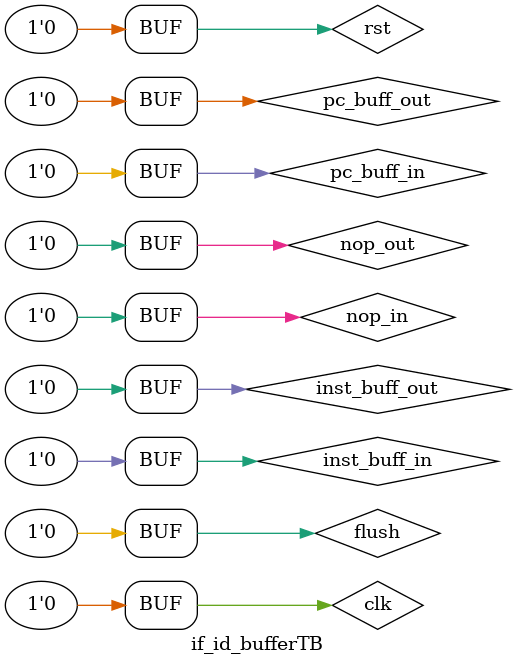
<source format=v>
`timescale 1ns / 1ps


module if_id_bufferTB;

	// Inputs
	reg clk;
	reg rst;
	reg flush;
	reg pc_buff_in;
	reg inst_buff_in;
	reg nop_in;
	reg nop_out;
	reg pc_buff_out;
	reg inst_buff_out;

	// Instantiate the Unit Under Test (UUT)
	if_df_buffer uut (
		.clk(clk), 
		.rst(rst), 
		.flush(flush), 
		.pc_buff_in(pc_buff_in), 
		.inst_buff_in(inst_buff_in), 
		.nop_in(nop_in), 
		.nop_out(nop_out), 
		.pc_buff_out(pc_buff_out), 
		.inst_buff_out(inst_buff_out)
	);

	initial begin
		// Initialize Inputs
		clk = 0;
		rst = 0;
		flush = 0;
		pc_buff_in = 0;
		inst_buff_in = 0;
		nop_in = 0;
		nop_out = 0;
		pc_buff_out = 0;
		inst_buff_out = 0;

		// Wait 100 ns for global reset to finish
		#100;
        
		// Add stimulus here

	end
      
endmodule


</source>
